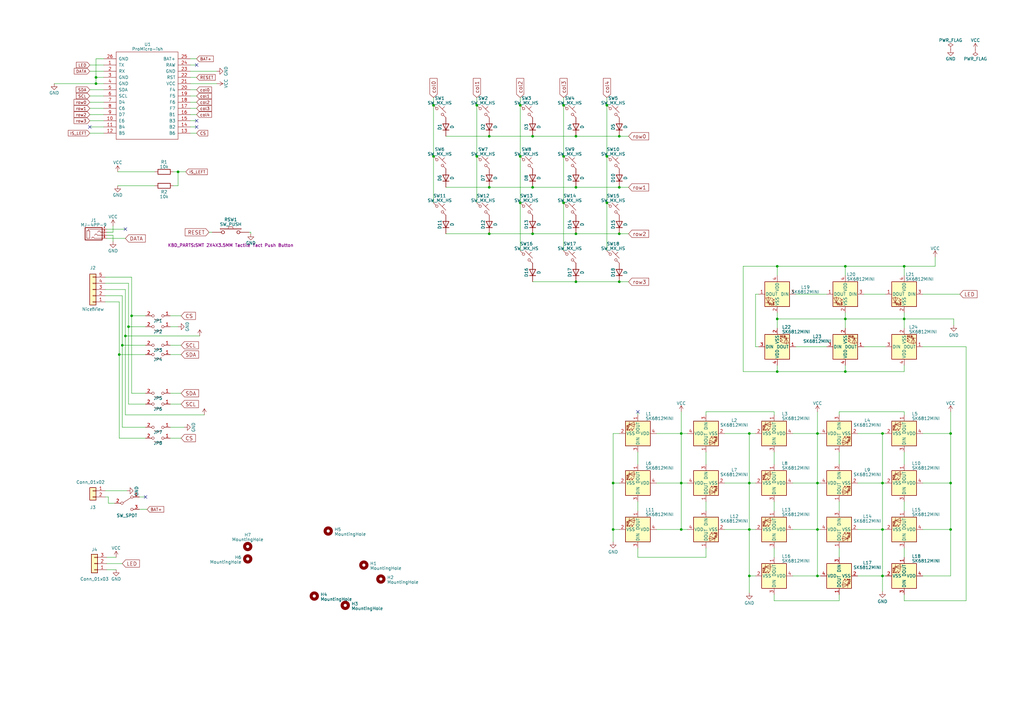
<source format=kicad_sch>
(kicad_sch (version 20230121) (generator eeschema)
  (paper "A3")
  (title_block (title "uniCorne Cherry") (date "2023-07-20") (rev "0.9") (company "Thunderbird2086"))
  (junction (at 218.44 55.88))
  (junction (at 236.22 76.835))
  (junction (at 50.165 141.605))
  (junction (at 361.95 236.22))
  (junction (at 248.92 83.185))
  (junction (at 177.8 64.135))
  (junction (at 361.95 177.8))
  (junction (at 251.46 198.12))
  (junction (at 236.22 115.57))
  (junction (at 318.77 152.4))
  (junction (at 195.58 43.18))
  (junction (at 389.89 217.17))
  (junction (at 389.89 198.12))
  (junction (at 370.84 130.81))
  (junction (at 200.66 76.835))
  (junction (at 318.77 109.22))
  (junction (at 389.89 177.8))
  (junction (at 251.46 217.17))
  (junction (at 236.22 95.885))
  (junction (at 213.36 83.185))
  (junction (at 335.28 198.12))
  (junction (at 335.28 217.17))
  (junction (at 48.895 145.415))
  (junction (at 318.77 130.81))
  (junction (at 307.34 177.8))
  (junction (at 213.36 64.135))
  (junction (at 195.58 64.135))
  (junction (at 218.44 76.835))
  (junction (at 177.8 43.18))
  (junction (at 200.66 95.885))
  (junction (at 200.66 55.88))
  (junction (at 361.95 217.17))
  (junction (at 307.34 198.12))
  (junction (at 370.84 109.22))
  (junction (at 307.34 236.22))
  (junction (at 231.14 64.135))
  (junction (at 236.22 55.88))
  (junction (at 51.435 137.795))
  (junction (at 346.71 152.4))
  (junction (at 52.705 133.985))
  (junction (at 254 76.835))
  (junction (at 279.4 198.12))
  (junction (at 231.14 43.18))
  (junction (at 231.14 83.185))
  (junction (at 335.28 177.8))
  (junction (at 346.71 109.22))
  (junction (at 213.36 43.18))
  (junction (at 361.95 198.12))
  (junction (at 39.37 31.75))
  (junction (at 53.975 129.54))
  (junction (at 73.025 70.485))
  (junction (at 346.71 130.81))
  (junction (at 248.92 43.18))
  (junction (at 254 115.57))
  (junction (at 307.34 217.17))
  (junction (at 254 55.88))
  (junction (at 335.28 236.22))
  (junction (at 254 95.885))
  (junction (at 218.44 95.885))
  (junction (at 279.4 177.8))
  (junction (at 39.37 34.29))
  (junction (at 248.92 64.135))
  (junction (at 279.4 217.17))
  (no_connect (at 36.83 52.07))
  (no_connect (at 80.645 26.67))
  (no_connect (at 261.62 168.91))
  (no_connect (at 59.69 203.835))
  (no_connect (at 80.645 49.53))
  (no_connect (at 80.645 52.07))
  (no_connect (at 51.435 93.98))
  (wire (pts (xy 36.83 54.61) (xy 42.545 54.61)))
  (wire (pts (xy 200.66 55.88) (xy 218.44 55.88)))
  (wire (pts (xy 195.58 64.135) (xy 195.58 83.185)))
  (wire (pts (xy 269.24 198.12) (xy 279.4 198.12)))
  (wire (pts (xy 344.17 168.91) (xy 370.84 168.91)))
  (wire (pts (xy 281.94 217.17) (xy 279.4 217.17)))
  (wire (pts (xy 36.83 44.45) (xy 42.545 44.45)))
  (wire (pts (xy 102.87 95.25) (xy 102.235 95.25)))
  (wire (pts (xy 279.4 177.8) (xy 279.4 198.12)))
  (wire (pts (xy 326.39 120.65) (xy 339.09 120.65)))
  (wire (pts (xy 51.435 137.795) (xy 51.435 170.18)))
  (wire (pts (xy 102.87 95.885) (xy 102.87 95.25)))
  (wire (pts (xy 318.77 152.4) (xy 346.71 152.4)))
  (wire (pts (xy 261.62 228.6) (xy 289.56 228.6)))
  (wire (pts (xy 279.4 168.91) (xy 279.4 177.8)))
  (wire (pts (xy 43.815 95.25) (xy 46.355 95.25)))
  (wire (pts (xy 78.105 34.29) (xy 88.9 34.29)))
  (wire (pts (xy 53.975 129.54) (xy 59.69 129.54)))
  (wire (pts (xy 59.69 141.605) (xy 50.165 141.605)))
  (wire (pts (xy 69.85 179.705) (xy 74.295 179.705)))
  (wire (pts (xy 269.24 217.17) (xy 279.4 217.17)))
  (wire (pts (xy 248.92 43.18) (xy 248.92 64.135)))
  (wire (pts (xy 51.435 118.745) (xy 43.18 118.745)))
  (wire (pts (xy 43.815 96.52) (xy 46.355 96.52)))
  (wire (pts (xy 304.8 109.22) (xy 304.8 152.4)))
  (wire (pts (xy 74.295 145.415) (xy 69.85 145.415)))
  (wire (pts (xy 59.69 145.415) (xy 48.895 145.415)))
  (wire (pts (xy 177.8 64.135) (xy 177.8 83.185)))
  (wire (pts (xy 391.16 130.81) (xy 370.84 130.81)))
  (wire (pts (xy 36.83 29.21) (xy 42.545 29.21)))
  (wire (pts (xy 231.14 64.135) (xy 231.14 83.185)))
  (wire (pts (xy 261.62 168.91) (xy 261.62 170.18)))
  (wire (pts (xy 346.71 130.81) (xy 370.84 130.81)))
  (wire (pts (xy 317.5 205.74) (xy 317.5 209.55)))
  (wire (pts (xy 361.95 236.22) (xy 363.22 236.22)))
  (wire (pts (xy 361.95 198.12) (xy 361.95 217.17)))
  (wire (pts (xy 53.975 129.54) (xy 53.975 113.665)))
  (wire (pts (xy 370.84 243.84) (xy 370.84 246.38)))
  (wire (pts (xy 251.46 198.12) (xy 254 198.12)))
  (wire (pts (xy 318.77 130.81) (xy 318.77 128.27)))
  (wire (pts (xy 297.18 177.8) (xy 307.34 177.8)))
  (wire (pts (xy 51.435 118.745) (xy 51.435 137.795)))
  (wire (pts (xy 78.105 41.91) (xy 80.645 41.91)))
  (wire (pts (xy 48.895 179.705) (xy 59.69 179.705)))
  (wire (pts (xy 78.105 29.21) (xy 88.9 29.21)))
  (wire (pts (xy 351.79 177.8) (xy 361.95 177.8)))
  (wire (pts (xy 39.37 31.75) (xy 39.37 34.29)))
  (wire (pts (xy 289.56 185.42) (xy 289.56 190.5)))
  (wire (pts (xy 307.34 236.22) (xy 307.34 243.205)))
  (wire (pts (xy 378.46 120.65) (xy 393.7 120.65)))
  (wire (pts (xy 218.44 76.835) (xy 236.22 76.835)))
  (wire (pts (xy 279.4 177.8) (xy 281.94 177.8)))
  (wire (pts (xy 177.8 40.005) (xy 177.8 43.18)))
  (wire (pts (xy 36.83 41.91) (xy 42.545 41.91)))
  (wire (pts (xy 378.46 177.8) (xy 389.89 177.8)))
  (wire (pts (xy 46.355 95.25) (xy 46.355 92.71)))
  (wire (pts (xy 78.105 39.37) (xy 80.645 39.37)))
  (wire (pts (xy 48.895 145.415) (xy 48.895 179.705)))
  (wire (pts (xy 251.46 177.8) (xy 254 177.8)))
  (wire (pts (xy 318.77 152.4) (xy 318.77 149.86)))
  (wire (pts (xy 52.705 165.735) (xy 59.69 165.735)))
  (wire (pts (xy 52.705 116.205) (xy 43.18 116.205)))
  (wire (pts (xy 46.355 96.52) (xy 46.355 99.06)))
  (wire (pts (xy 42.545 26.67) (xy 36.83 26.67)))
  (wire (pts (xy 336.55 217.17) (xy 335.28 217.17)))
  (wire (pts (xy 389.89 198.12) (xy 389.89 217.17)))
  (wire (pts (xy 43.18 201.295) (xy 52.07 201.295)))
  (wire (pts (xy 317.5 224.79) (xy 317.5 228.6)))
  (wire (pts (xy 279.4 198.12) (xy 281.94 198.12)))
  (wire (pts (xy 42.545 52.07) (xy 36.83 52.07)))
  (wire (pts (xy 218.44 115.57) (xy 236.22 115.57)))
  (wire (pts (xy 42.545 39.37) (xy 36.83 39.37)))
  (wire (pts (xy 53.975 161.29) (xy 53.975 129.54)))
  (wire (pts (xy 85.725 95.25) (xy 86.995 95.25)))
  (wire (pts (xy 257.81 55.88) (xy 254 55.88)))
  (wire (pts (xy 213.36 43.18) (xy 213.36 64.135)))
  (wire (pts (xy 52.705 133.985) (xy 59.69 133.985)))
  (wire (pts (xy 50.165 175.26) (xy 59.69 175.26)))
  (wire (pts (xy 318.77 109.22) (xy 318.77 113.03)))
  (wire (pts (xy 335.28 217.17) (xy 335.28 236.22)))
  (wire (pts (xy 309.88 120.65) (xy 311.15 120.65)))
  (wire (pts (xy 182.88 76.835) (xy 200.66 76.835)))
  (wire (pts (xy 307.34 198.12) (xy 309.88 198.12)))
  (wire (pts (xy 335.28 198.12) (xy 336.55 198.12)))
  (wire (pts (xy 257.81 115.57) (xy 254 115.57)))
  (wire (pts (xy 354.33 142.24) (xy 363.22 142.24)))
  (wire (pts (xy 39.37 24.13) (xy 39.37 31.75)))
  (wire (pts (xy 257.81 95.885) (xy 254 95.885)))
  (wire (pts (xy 370.84 190.5) (xy 370.84 185.42)))
  (wire (pts (xy 391.16 130.81) (xy 391.16 133.35)))
  (wire (pts (xy 251.46 217.17) (xy 254 217.17)))
  (wire (pts (xy 257.81 76.835) (xy 254 76.835)))
  (wire (pts (xy 231.14 40.005) (xy 231.14 43.18)))
  (wire (pts (xy 336.55 236.22) (xy 335.28 236.22)))
  (wire (pts (xy 53.975 161.29) (xy 59.69 161.29)))
  (wire (pts (xy 307.34 177.8) (xy 309.88 177.8)))
  (wire (pts (xy 43.815 93.98) (xy 51.435 93.98)))
  (wire (pts (xy 73.025 70.485) (xy 76.2 70.485)))
  (wire (pts (xy 361.95 236.22) (xy 361.95 242.57)))
  (wire (pts (xy 213.36 40.005) (xy 213.36 43.18)))
  (wire (pts (xy 182.88 55.88) (xy 200.66 55.88)))
  (wire (pts (xy 354.33 120.65) (xy 363.22 120.65)))
  (wire (pts (xy 304.8 152.4) (xy 318.77 152.4)))
  (wire (pts (xy 370.84 109.22) (xy 383.54 109.22)))
  (wire (pts (xy 39.37 34.29) (xy 42.545 34.29)))
  (wire (pts (xy 78.105 36.83) (xy 80.645 36.83)))
  (wire (pts (xy 231.14 83.185) (xy 231.14 102.87)))
  (wire (pts (xy 43.815 228.6) (xy 47.625 228.6)))
  (wire (pts (xy 36.83 36.83) (xy 42.545 36.83)))
  (wire (pts (xy 344.17 168.91) (xy 344.17 170.18)))
  (wire (pts (xy 182.88 95.885) (xy 200.66 95.885)))
  (wire (pts (xy 261.62 228.6) (xy 261.62 224.79)))
  (wire (pts (xy 36.83 49.53) (xy 42.545 49.53)))
  (wire (pts (xy 325.12 217.17) (xy 335.28 217.17)))
  (wire (pts (xy 69.85 175.26) (xy 75.565 175.26)))
  (wire (pts (xy 195.58 40.005) (xy 195.58 43.18)))
  (wire (pts (xy 261.62 190.5) (xy 261.62 185.42)))
  (wire (pts (xy 370.84 130.81) (xy 370.84 134.62)))
  (wire (pts (xy 261.62 205.74) (xy 261.62 209.55)))
  (wire (pts (xy 289.56 228.6) (xy 289.56 224.79)))
  (wire (pts (xy 346.71 130.81) (xy 346.71 134.62)))
  (wire (pts (xy 251.46 177.8) (xy 251.46 198.12)))
  (wire (pts (xy 213.36 83.185) (xy 213.36 102.87)))
  (wire (pts (xy 74.295 161.29) (xy 69.85 161.29)))
  (wire (pts (xy 346.71 152.4) (xy 346.71 149.86)))
  (wire (pts (xy 351.79 236.22) (xy 361.95 236.22)))
  (wire (pts (xy 231.14 43.18) (xy 231.14 64.135)))
  (wire (pts (xy 51.435 170.18) (xy 83.82 170.18)))
  (wire (pts (xy 318.77 109.22) (xy 346.71 109.22)))
  (wire (pts (xy 304.8 109.22) (xy 318.77 109.22)))
  (wire (pts (xy 42.545 24.13) (xy 39.37 24.13)))
  (wire (pts (xy 317.5 168.91) (xy 317.5 170.18)))
  (wire (pts (xy 289.56 168.91) (xy 289.56 170.18)))
  (wire (pts (xy 361.95 198.12) (xy 363.22 198.12)))
  (wire (pts (xy 309.88 142.24) (xy 311.15 142.24)))
  (wire (pts (xy 44.45 206.375) (xy 44.45 203.835)))
  (wire (pts (xy 53.975 113.665) (xy 43.18 113.665)))
  (wire (pts (xy 318.77 130.81) (xy 346.71 130.81)))
  (wire (pts (xy 370.84 149.86) (xy 370.84 152.4)))
  (wire (pts (xy 48.26 76.2) (xy 63.5 76.2)))
  (wire (pts (xy 346.71 109.22) (xy 346.71 113.03)))
  (wire (pts (xy 44.45 206.375) (xy 46.99 206.375)))
  (wire (pts (xy 269.24 177.8) (xy 279.4 177.8)))
  (wire (pts (xy 248.92 64.135) (xy 248.92 83.185)))
  (wire (pts (xy 326.39 142.24) (xy 339.09 142.24)))
  (wire (pts (xy 200.66 95.885) (xy 218.44 95.885)))
  (wire (pts (xy 346.71 130.81) (xy 346.71 128.27)))
  (wire (pts (xy 251.46 217.17) (xy 251.46 222.25)))
  (wire (pts (xy 297.18 198.12) (xy 307.34 198.12)))
  (wire (pts (xy 297.18 217.17) (xy 307.34 217.17)))
  (wire (pts (xy 370.84 152.4) (xy 346.71 152.4)))
  (wire (pts (xy 335.28 198.12) (xy 335.28 217.17)))
  (wire (pts (xy 396.24 246.38) (xy 370.84 246.38)))
  (wire (pts (xy 307.34 177.8) (xy 307.34 198.12)))
  (wire (pts (xy 74.295 141.605) (xy 69.85 141.605)))
  (wire (pts (xy 378.46 217.17) (xy 389.89 217.17)))
  (wire (pts (xy 370.84 128.27) (xy 370.84 130.81)))
  (wire (pts (xy 59.69 203.835) (xy 57.15 203.835)))
  (wire (pts (xy 44.45 203.835) (xy 43.18 203.835)))
  (wire (pts (xy 50.165 141.605) (xy 50.165 175.26)))
  (wire (pts (xy 383.54 105.41) (xy 383.54 109.22)))
  (wire (pts (xy 69.85 129.54) (xy 74.295 129.54)))
  (wire (pts (xy 200.66 76.835) (xy 218.44 76.835)))
  (wire (pts (xy 318.77 130.81) (xy 318.77 134.62)))
  (wire (pts (xy 78.105 31.75) (xy 80.645 31.75)))
  (wire (pts (xy 236.22 76.835) (xy 254 76.835)))
  (wire (pts (xy 43.18 123.825) (xy 48.895 123.825)))
  (wire (pts (xy 325.12 177.8) (xy 335.28 177.8)))
  (wire (pts (xy 236.22 95.885) (xy 254 95.885)))
  (wire (pts (xy 289.56 168.91) (xy 317.5 168.91)))
  (wire (pts (xy 325.12 198.12) (xy 335.28 198.12)))
  (wire (pts (xy 236.22 55.88) (xy 254 55.88)))
  (wire (pts (xy 78.105 46.99) (xy 80.645 46.99)))
  (wire (pts (xy 370.84 109.22) (xy 370.84 113.03)))
  (wire (pts (xy 74.295 165.735) (xy 69.85 165.735)))
  (wire (pts (xy 389.89 168.91) (xy 389.89 177.8)))
  (wire (pts (xy 51.435 137.795) (xy 81.915 137.795)))
  (wire (pts (xy 69.85 133.985) (xy 73.025 133.985)))
  (wire (pts (xy 335.28 177.8) (xy 336.55 177.8)))
  (wire (pts (xy 309.88 120.65) (xy 309.88 142.24)))
  (wire (pts (xy 43.815 97.79) (xy 51.435 97.79)))
  (wire (pts (xy 370.84 205.74) (xy 370.84 209.55)))
  (wire (pts (xy 325.12 236.22) (xy 335.28 236.22)))
  (wire (pts (xy 177.8 43.18) (xy 177.8 64.135)))
  (wire (pts (xy 248.92 40.005) (xy 248.92 43.18)))
  (wire (pts (xy 361.95 217.17) (xy 361.95 236.22)))
  (wire (pts (xy 317.5 246.38) (xy 344.17 246.38)))
  (wire (pts (xy 236.22 115.57) (xy 254 115.57)))
  (wire (pts (xy 351.79 217.17) (xy 361.95 217.17)))
  (wire (pts (xy 361.95 217.17) (xy 363.22 217.17)))
  (wire (pts (xy 307.34 236.22) (xy 309.88 236.22)))
  (wire (pts (xy 43.18 121.285) (xy 50.165 121.285)))
  (wire (pts (xy 389.89 177.8) (xy 389.89 198.12)))
  (wire (pts (xy 361.95 177.8) (xy 361.95 198.12)))
  (wire (pts (xy 43.815 233.68) (xy 47.625 233.68)))
  (wire (pts (xy 335.28 168.91) (xy 335.28 177.8)))
  (wire (pts (xy 39.37 31.75) (xy 42.545 31.75)))
  (wire (pts (xy 344.17 224.79) (xy 344.17 228.6)))
  (wire (pts (xy 36.83 46.99) (xy 42.545 46.99)))
  (wire (pts (xy 50.165 121.285) (xy 50.165 141.605)))
  (wire (pts (xy 344.17 185.42) (xy 344.17 190.5)))
  (wire (pts (xy 195.58 43.18) (xy 195.58 64.135)))
  (wire (pts (xy 48.26 70.485) (xy 63.5 70.485)))
  (wire (pts (xy 361.95 177.8) (xy 363.22 177.8)))
  (wire (pts (xy 307.34 217.17) (xy 307.34 236.22)))
  (wire (pts (xy 370.84 224.79) (xy 370.84 228.6)))
  (wire (pts (xy 78.105 24.13) (xy 80.645 24.13)))
  (wire (pts (xy 71.12 76.2) (xy 73.025 76.2)))
  (wire (pts (xy 344.17 246.38) (xy 344.17 243.84)))
  (wire (pts (xy 43.815 231.14) (xy 50.165 231.14)))
  (wire (pts (xy 378.46 198.12) (xy 389.89 198.12)))
  (wire (pts (xy 52.705 165.735) (xy 52.705 133.985)))
  (wire (pts (xy 317.5 190.5) (xy 317.5 185.42)))
  (wire (pts (xy 57.15 208.915) (xy 60.325 208.915)))
  (wire (pts (xy 307.34 217.17) (xy 309.88 217.17)))
  (wire (pts (xy 78.105 49.53) (xy 80.645 49.53)))
  (wire (pts (xy 78.105 52.07) (xy 80.645 52.07)))
  (wire (pts (xy 307.34 198.12) (xy 307.34 217.17)))
  (wire (pts (xy 378.46 236.22) (xy 389.89 236.22)))
  (wire (pts (xy 71.12 70.485) (xy 73.025 70.485)))
  (wire (pts (xy 351.79 198.12) (xy 361.95 198.12)))
  (wire (pts (xy 251.46 198.12) (xy 251.46 217.17)))
  (wire (pts (xy 73.025 70.485) (xy 73.025 76.2)))
  (wire (pts (xy 218.44 55.88) (xy 236.22 55.88)))
  (wire (pts (xy 279.4 198.12) (xy 279.4 217.17)))
  (wire (pts (xy 78.105 54.61) (xy 80.645 54.61)))
  (wire (pts (xy 389.89 217.17) (xy 389.89 236.22)))
  (wire (pts (xy 78.105 44.45) (xy 80.645 44.45)))
  (wire (pts (xy 370.84 168.91) (xy 370.84 170.18)))
  (wire (pts (xy 317.5 246.38) (xy 317.5 243.84)))
  (wire (pts (xy 396.24 142.24) (xy 378.46 142.24)))
  (wire (pts (xy 344.17 205.74) (xy 344.17 209.55)))
  (wire (pts (xy 22.225 34.29) (xy 39.37 34.29)))
  (wire (pts (xy 48.895 123.825) (xy 48.895 145.415)))
  (wire (pts (xy 52.705 133.985) (xy 52.705 116.205)))
  (wire (pts (xy 396.24 246.38) (xy 396.24 142.24)))
  (wire (pts (xy 346.71 109.22) (xy 370.84 109.22)))
  (wire (pts (xy 218.44 95.885) (xy 236.22 95.885)))
  (wire (pts (xy 248.92 83.185) (xy 248.92 102.87)))
  (wire (pts (xy 78.105 26.67) (xy 80.645 26.67)))
  (wire (pts (xy 289.56 205.74) (xy 289.56 209.55)))
  (wire (pts (xy 213.36 64.135) (xy 213.36 83.185)))
  (wire (pts (xy 335.28 177.8) (xy 335.28 198.12)))
  (global_label "col0" (shape input) (at 177.8 40.005 90) (effects (font (size 1.524 1.524))) (property "Intersheetrefs" "${INTERSHEET_REFS}" (effects hide)))
  (global_label "col4" (shape input) (at 248.92 40.005 90) (effects (font (size 1.524 1.524))) (property "Intersheetrefs" "${INTERSHEET_REFS}" (effects hide)))
  (global_label "RESET" (shape input) (at 85.725 95.25 180) (effects (font (size 1.524 1.524))) (property "Intersheetrefs" "${INTERSHEET_REFS}" (effects hide)))
  (global_label "CS" (shape input) (at 80.645 54.61 0) (effects (font (size 1.1938 1.1938))) (property "Intersheetrefs" "${INTERSHEET_REFS}" (effects hide)))
  (global_label "col1" (shape input) (at 195.58 40.005 90) (effects (font (size 1.524 1.524))) (property "Intersheetrefs" "${INTERSHEET_REFS}" (effects hide)))
  (global_label "SCL" (shape input) (at 36.83 39.37 180) (effects (font (size 1.1938 1.1938))) (property "Intersheetrefs" "${INTERSHEET_REFS}" (effects hide)))
  (global_label "row1" (shape input) (at 36.83 44.45 180) (effects (font (size 1.1938 1.1938))) (property "Intersheetrefs" "${INTERSHEET_REFS}" (effects hide)))
  (global_label "row1" (shape input) (at 257.81 76.835 0) (effects (font (size 1.524 1.524))) (property "Intersheetrefs" "${INTERSHEET_REFS}" (effects hide)))
  (global_label "row2" (shape input) (at 257.81 95.885 0) (effects (font (size 1.524 1.524))) (property "Intersheetrefs" "${INTERSHEET_REFS}" (effects hide)))
  (global_label "IS_LEFT" (shape input) (at 76.2 70.485 0) (effects (font (size 1.1938 1.1938))) (property "Intersheetrefs" "${INTERSHEET_REFS}" (effects hide)))
  (global_label "SCL" (shape input) (at 74.295 165.735 0) (effects (font (size 1.524 1.524))) (property "Intersheetrefs" "${INTERSHEET_REFS}" (effects hide)))
  (global_label "LED" (shape input) (at 393.7 120.65 0) (effects (font (size 1.524 1.524))) (property "Intersheetrefs" "${INTERSHEET_REFS}" (effects hide)))
  (global_label "col2" (shape input) (at 213.36 40.005 90) (effects (font (size 1.524 1.524))) (property "Intersheetrefs" "${INTERSHEET_REFS}" (effects hide)))
  (global_label "LED" (shape input) (at 36.83 26.67 180) (effects (font (size 1.1938 1.1938))) (property "Intersheetrefs" "${INTERSHEET_REFS}" (effects hide)))
  (global_label "BAT+" (shape input) (at 80.645 24.13 0) (effects (font (size 1.1938 1.1938))) (property "Intersheetrefs" "${INTERSHEET_REFS}" (effects hide)))
  (global_label "row3" (shape input) (at 257.81 115.57 0) (effects (font (size 1.524 1.524))) (property "Intersheetrefs" "${INTERSHEET_REFS}" (effects hide)))
  (global_label "LED" (shape input) (at 50.165 231.14 0) (effects (font (size 1.524 1.524))) (property "Intersheetrefs" "${INTERSHEET_REFS}" (effects hide)))
  (global_label "col4" (shape input) (at 80.645 46.99 0) (effects (font (size 1.1938 1.1938))) (property "Intersheetrefs" "${INTERSHEET_REFS}" (effects hide)))
  (global_label "col0" (shape input) (at 80.645 36.83 0) (effects (font (size 1.1938 1.1938))) (property "Intersheetrefs" "${INTERSHEET_REFS}" (effects hide)))
  (global_label "SDA" (shape input) (at 74.295 161.29 0) (effects (font (size 1.524 1.524))) (property "Intersheetrefs" "${INTERSHEET_REFS}" (effects hide)))
  (global_label "BAT+" (shape input) (at 60.325 208.915 0) (effects (font (size 1.1938 1.1938))) (property "Intersheetrefs" "${INTERSHEET_REFS}" (effects hide)))
  (global_label "IS_LEFT" (shape input) (at 36.83 54.61 180) (effects (font (size 1.1938 1.1938))) (property "Intersheetrefs" "${INTERSHEET_REFS}" (effects hide)))
  (global_label "RESET" (shape input) (at 80.645 31.75 0) (effects (font (size 1.1938 1.1938))) (property "Intersheetrefs" "${INTERSHEET_REFS}" (effects hide)))
  (global_label "row3" (shape input) (at 36.83 49.53 180) (effects (font (size 1.1938 1.1938))) (property "Intersheetrefs" "${INTERSHEET_REFS}" (effects hide)))
  (global_label "col3" (shape input) (at 231.14 40.005 90) (effects (font (size 1.524 1.524))) (property "Intersheetrefs" "${INTERSHEET_REFS}" (effects hide)))
  (global_label "col3" (shape input) (at 80.645 44.45 0) (effects (font (size 1.1938 1.1938))) (property "Intersheetrefs" "${INTERSHEET_REFS}" (effects hide)))
  (global_label "SCL" (shape input) (at 74.295 141.605 0) (effects (font (size 1.524 1.524))) (property "Intersheetrefs" "${INTERSHEET_REFS}" (effects hide)))
  (global_label "row0" (shape input) (at 257.81 55.88 0) (effects (font (size 1.524 1.524))) (property "Intersheetrefs" "${INTERSHEET_REFS}" (effects hide)))
  (global_label "SDA" (shape input) (at 36.83 36.83 180) (effects (font (size 1.1938 1.1938))) (property "Intersheetrefs" "${INTERSHEET_REFS}" (effects hide)))
  (global_label "col1" (shape input) (at 80.645 39.37 0) (effects (font (size 1.1938 1.1938))) (property "Intersheetrefs" "${INTERSHEET_REFS}" (effects hide)))
  (global_label "CS" (shape input) (at 74.295 179.705 0) (effects (font (size 1.524 1.524))) (property "Intersheetrefs" "${INTERSHEET_REFS}" (effects hide)))
  (global_label "SDA" (shape input) (at 74.295 145.415 0) (effects (font (size 1.524 1.524))) (property "Intersheetrefs" "${INTERSHEET_REFS}" (effects hide)))
  (global_label "DATA" (shape input) (at 36.83 29.21 180) (effects (font (size 1.1938 1.1938))) (property "Intersheetrefs" "${INTERSHEET_REFS}" (effects hide)))
  (global_label "col2" (shape input) (at 80.645 41.91 0) (effects (font (size 1.1938 1.1938))) (property "Intersheetrefs" "${INTERSHEET_REFS}" (effects hide)))
  (global_label "DATA" (shape input) (at 51.435 97.79 0) (effects (font (size 1.524 1.524))) (property "Intersheetrefs" "${INTERSHEET_REFS}" (effects hide)))
  (global_label "row2" (shape input) (at 36.83 46.99 180) (effects (font (size 1.1938 1.1938))) (property "Intersheetrefs" "${INTERSHEET_REFS}" (effects hide)))
  (global_label "CS" (shape input) (at 74.295 129.54 0) (effects (font (size 1.524 1.524))) (property "Intersheetrefs" "${INTERSHEET_REFS}" (effects hide)))
  (global_label "row0" (shape input) (at 36.83 41.91 180) (effects (font (size 1.1938 1.1938))) (property "Intersheetrefs" "${INTERSHEET_REFS}" (effects hide)))
  (symbol (lib_id "Device:D") (at 218.44 111.76 90) (unit 1)
    (property "Reference" "D16" (at 215.9 111.76 0))
    (property "Value" "D" (at 220.98 111.76 0))
    (property "Footprint" "KBD_PARTS:D3_SMD_rev" (effects hide))
    (property "Sim.Device" "D" (effects hide))
    (property "Sim.Pins" "1=K 2=A" (effects hide))
  )
  (symbol (lib_id "Jumper:Jumper_2_Open") (at 64.77 165.735 180) (unit 1)
    (property "Reference" "JP6" (at 64.77 167.767 0))
    (property "Value" " " (at 64.516 164.211 0))
    (property "Footprint" "Jumper:SolderJumper-2_P1.3mm_Open_TrianglePad1.0x1.5mm" (effects hide))
  )
  (symbol (lib_id "KBD_PARTS:SW_MX_HS") (at 198.12 85.725 0) (unit 1)
    (property "Reference" "SW12" (at 198.12 80.3021 0))
    (property "Value" "SW_MX_HS" (at 198.12 82.2231 0))
    (property "Footprint" "KBD_PARTS:SW_MX_HS_1u_reversible" (effects hide))
  )
  (symbol (lib_id "KBD_PARTS:SK6812MINI_back") (at 370.84 236.22 270) (mirror x) (unit 1)
    (property "Reference" "L18" (at 373.9897 228.1301 90) (effects (justify left)))
    (property "Value" "SK6812MINI" (at 373.9897 230.0511 90) (effects (justify left)))
    (property "Footprint" "KBD_PARTS:LED_SK6812MINI_PLCC4_3.5x3.5mm_P1.75mm_back_rev" (effects hide))
    (property "Datasheet" "https://cdn-shop.adafruit.com/product-files/2686/SK6812MINI_REV.01-1-2.pdf" (effects hide))
  )
  (symbol (lib_id "Mechanical:MountingHole") (at 141.605 248.285 0) (unit 1)
    (property "Reference" "H3" (at 144.145 247.6413 0) (effects (justify left)))
    (property "Value" "MountingHole" (at 144.145 249.5623 0) (effects (justify left)))
    (property "Footprint" "KBD_PARTS:M2_Hole_TH_Outside" (effects hide))
  )
  (symbol (lib_id "Switch:SW_SPDT") (at 52.07 206.375 0) (unit 1)
    (property "Reference" "PSW1" (effects hide))
    (property "Value" "SW_SPDT" (at 52.07 211.455 0))
    (property "Footprint" "Akizukidenshi:SW_SPDT_PCM12_reversible" (effects hide))
  )
  (symbol (lib_id "Device:D") (at 182.88 52.07 90) (unit 1)
    (property "Reference" "D1" (at 180.34 52.07 0))
    (property "Value" "D" (at 185.42 52.07 0))
    (property "Footprint" "KBD_PARTS:D3_SMD_rev" (effects hide))
    (property "Sim.Device" "D" (effects hide))
    (property "Sim.Pins" "1=K 2=A" (effects hide))
  )
  (symbol (lib_id "KBD_PARTS:SW_MX_HS") (at 215.9 105.41 0) (unit 1)
    (property "Reference" "SW16" (at 215.9 99.9871 0))
    (property "Value" "SW_MX_HS" (at 215.9 101.9081 0))
    (property "Footprint" "KBD_PARTS:SW_MX_HS_1u_reversible" (effects hide))
  )
  (symbol (lib_id "Device:D") (at 200.66 92.075 90) (unit 1)
    (property "Reference" "D12" (at 198.12 92.075 0))
    (property "Value" "D" (at 203.2 92.075 0))
    (property "Footprint" "KBD_PARTS:D3_SMD_rev" (effects hide))
    (property "Sim.Device" "D" (effects hide))
    (property "Sim.Pins" "1=K 2=A" (effects hide))
  )
  (symbol (lib_id "power:VCC") (at 81.915 137.795 0) (unit 1)
    (property "Reference" "#PWR04" (effects hide))
    (property "Value" "VCC" (effects hide))
  )
  (symbol (lib_id "Device:D") (at 218.44 92.075 90) (unit 1)
    (property "Reference" "D13" (at 215.9 92.075 0))
    (property "Value" "D" (at 220.98 92.075 0))
    (property "Footprint" "KBD_PARTS:D3_SMD_rev" (effects hide))
    (property "Sim.Device" "D" (effects hide))
    (property "Sim.Pins" "1=K 2=A" (effects hide))
  )
  (symbol (lib_id "power:GND") (at 75.565 175.26 90) (unit 1)
    (property "Reference" "#PWR02" (effects hide))
    (property "Value" "GND" (at 79.375 175.26 0))
  )
  (symbol (lib_id "KBD_PARTS:SK6812MINI_back") (at 317.5 198.12 270) (mirror x) (unit 1)
    (property "Reference" "L8" (at 320.6497 190.0301 90) (effects (justify left)))
    (property "Value" "SK6812MINI" (at 320.6497 191.9511 90) (effects (justify left)))
    (property "Footprint" "KBD_PARTS:LED_SK6812MINI_PLCC4_3.5x3.5mm_P1.75mm_back_rev" (effects hide))
    (property "Datasheet" "https://cdn-shop.adafruit.com/product-files/2686/SK6812MINI_REV.01-1-2.pdf" (effects hide))
  )
  (symbol (lib_id "power:VCC") (at 389.89 168.91 0) (unit 1)
    (property "Reference" "#PWR0104" (effects hide))
    (property "Value" "VCC" (at 389.89 165.4081 0))
  )
  (symbol (lib_id "power:VCC") (at 47.625 228.6 0) (unit 1)
    (property "Reference" "#PWR0116" (effects hide))
    (property "Value" "VCC" (at 47.625 224.79 0))
  )
  (symbol (lib_id "Jumper:Jumper_2_Open") (at 64.77 145.415 180) (unit 1)
    (property "Reference" "JP4" (at 64.77 147.447 0))
    (property "Value" " " (at 64.516 143.891 0))
    (property "Footprint" "Jumper:SolderJumper-2_P1.3mm_Open_TrianglePad1.0x1.5mm" (effects hide))
  )
  (symbol (lib_id "KBD_PARTS:SW_MX_HS") (at 233.68 45.72 0) (unit 1)
    (property "Reference" "SW4" (at 233.68 40.2971 0))
    (property "Value" "SW_MX_HS" (at 233.68 42.2181 0))
    (property "Footprint" "KBD_PARTS:SW_MX_HS_1u_reversible" (effects hide))
  )
  (symbol (lib_id "Jumper:Jumper_2_Open") (at 64.77 133.985 180) (unit 1)
    (property "Reference" "JP2" (at 64.77 136.017 0))
    (property "Value" " " (at 64.516 132.461 0))
    (property "Footprint" "Jumper:SolderJumper-2_P1.3mm_Open_TrianglePad1.0x1.5mm" (effects hide))
  )
  (symbol (lib_id "KBD_PARTS:SK6812MINI") (at 370.84 142.24 0) (mirror x) (unit 1)
    (property "Reference" "L24" (at 372.7959 134.1501 0) (effects (justify left)))
    (property "Value" "SK6812MINI" (at 372.7959 136.0711 0) (effects (justify left)))
    (property "Footprint" "KBD_PARTS:LED_SK6812MINI_PLCC4_3.5x3.5mm_P1.75mm_rev" (effects hide))
    (property "Datasheet" "https://cdn-shop.adafruit.com/product-files/2686/SK6812MINI_REV.01-1-2.pdf" (effects hide))
  )
  (symbol (lib_id "KBD_PARTS:SMT 2X4X3.5MM Tactile Tact Push Button") (at 94.615 95.25 0) (mirror y) (unit 1)
    (property "Reference" "RSW1" (at 94.615 90.0811 0))
    (property "Value" "SW_PUSH" (at 94.615 92.0021 0))
    (property "Footprint" "KBD_PARTS:SMT 2X4X3.5MM Tactile Tact Push Button" (at 94.5896 100.584 0))
  )
  (symbol (lib_id "KBD_PARTS:SK6812MINI_back") (at 344.17 217.17 90) (mirror x) (unit 1)
    (property "Reference" "L14" (at 355.738 211.7723 90))
    (property "Value" "SK6812MINI" (at 355.738 213.6933 90))
    (property "Footprint" "KBD_PARTS:LED_SK6812MINI_PLCC4_3.5x3.5mm_P1.75mm_back_rev" (effects hide))
    (property "Datasheet" "https://cdn-shop.adafruit.com/product-files/2686/SK6812MINI_REV.01-1-2.pdf" (effects hide))
  )
  (symbol (lib_id "power:PWR_FLAG") (at 400.05 20.32 180) (unit 1)
    (property "Reference" "#FLG0101" (effects hide))
    (property "Value" "PWR_FLAG" (at 400.05 24.13 0))
  )
  (symbol (lib_id "power:GND") (at 52.07 201.295 90) (unit 1)
    (property "Reference" "#PWR0118" (effects hide))
    (property "Value" "GND" (at 56.007 201.422 0))
  )
  (symbol (lib_id "KBD_PARTS:ProMicro-ish") (at 60.325 45.72 0) (unit 1)
    (property "Reference" "U1" (at 60.5282 18.1958 0))
    (property "Value" "ProMicro-ish" (at 60.5282 20.1168 0))
    (property "Footprint" "KBD_PARTS:ProMicro-ish-rev-unrouted_3x5" (effects hide))
  )
  (symbol (lib_id "KBD_PARTS:SW_MX_HS") (at 251.46 85.725 0) (unit 1)
    (property "Reference" "SW15" (at 251.46 80.3021 0))
    (property "Value" "SW_MX_HS" (at 251.46 82.2231 0))
    (property "Footprint" "KBD_PARTS:SW_MX_HS_1u_reversible" (effects hide))
  )
  (symbol (lib_id "Device:R") (at 67.31 76.2 90) (unit 1)
    (property "Reference" "R2" (at 67.31 78.724 90))
    (property "Value" "10k" (at 67.31 80.645 90))
    (property "Footprint" "Resistor_SMD:R_0805_2012Metric_Pad1.20x1.40mm_HandSolder" (effects hide))
  )
  (symbol (lib_id "power:GND") (at 251.46 222.25 0) (unit 1)
    (property "Reference" "#PWR0101" (effects hide))
    (property "Value" "GND" (at 251.46 226.3855 0))
  )
  (symbol (lib_id "KBD_PARTS:SK6812MINI") (at 318.77 120.65 0) (mirror y) (unit 1)
    (property "Reference" "L19" (at 330.338 117.8179 0))
    (property "Value" "SK6812MINI" (at 330.338 119.7389 0))
    (property "Footprint" "KBD_PARTS:LED_SK6812MINI_PLCC4_3.5x3.5mm_P1.75mm_rev" (effects hide))
    (property "Datasheet" "https://cdn-shop.adafruit.com/product-files/2686/SK6812MINI_REV.01-1-2.pdf" (effects hide))
  )
  (symbol (lib_id "KBD_PARTS:SK6812MINI") (at 346.71 120.65 0) (mirror y) (unit 1)
    (property "Reference" "L20" (at 347.2941 112.5601 0) (effects (justify right)))
    (property "Value" "SK6812MINI" (at 347.2941 114.4811 0) (effects (justify right)))
    (property "Footprint" "KBD_PARTS:LED_SK6812MINI_PLCC4_3.5x3.5mm_P1.75mm_rev" (effects hide))
    (property "Datasheet" "https://cdn-shop.adafruit.com/product-files/2686/SK6812MINI_REV.01-1-2.pdf" (effects hide))
  )
  (symbol (lib_id "Device:R") (at 67.31 70.485 90) (unit 1)
    (property "Reference" "R1" (at 67.31 66.4591 90))
    (property "Value" "10k" (at 67.31 68.3801 90))
    (property "Footprint" "Resistor_SMD:R_0805_2012Metric_Pad1.20x1.40mm_HandSolder" (effects hide))
  )
  (symbol (lib_id "power:GND") (at 46.355 99.06 0) (unit 1)
    (property "Reference" "#PWR0113" (effects hide))
    (property "Value" "GND" (at 46.355 102.87 0))
  )
  (symbol (lib_id "KBD_PARTS:SK6812MINI_back") (at 344.17 177.8 90) (mirror x) (unit 1)
    (property "Reference" "L4" (at 355.738 172.4023 90))
    (property "Value" "SK6812MINI" (at 355.738 174.3233 90))
    (property "Footprint" "KBD_PARTS:LED_SK6812MINI_PLCC4_3.5x3.5mm_P1.75mm_back_rev" (effects hide))
    (property "Datasheet" "https://cdn-shop.adafruit.com/product-files/2686/SK6812MINI_REV.01-1-2.pdf" (effects hide))
  )
  (symbol (lib_id "power:VCC") (at 83.82 170.18 0) (unit 1)
    (property "Reference" "#PWR03" (effects hide))
    (property "Value" "VCC" (effects hide))
  )
  (symbol (lib_id "power:PWR_FLAG") (at 389.89 20.32 0) (unit 1)
    (property "Reference" "#FLG0102" (effects hide))
    (property "Value" "PWR_FLAG" (at 389.89 16.51 0))
  )
  (symbol (lib_id "Mechanical:MountingHole") (at 128.905 244.475 0) (unit 1)
    (property "Reference" "H4" (at 131.445 243.8313 0) (effects (justify left)))
    (property "Value" "MountingHole" (at 131.445 245.7523 0) (effects (justify left)))
    (property "Footprint" "KBD_PARTS:M2_Hole_TH_Outside" (effects hide))
  )
  (symbol (lib_id "KBD_PARTS:SK6812MINI_back") (at 261.62 217.17 270) (mirror x) (unit 1)
    (property "Reference" "L11" (at 264.7697 209.0801 90) (effects (justify left)))
    (property "Value" "SK6812MINI" (at 264.7697 211.0011 90) (effects (justify left)))
    (property "Footprint" "KBD_PARTS:LED_SK6812MINI_PLCC4_3.5x3.5mm_P1.75mm_back_rev" (effects hide))
    (property "Datasheet" "https://cdn-shop.adafruit.com/product-files/2686/SK6812MINI_REV.01-1-2.pdf" (effects hide))
  )
  (symbol (lib_id "power:GND") (at 48.26 76.2 0) (unit 1)
    (property "Reference" "#PWR06" (effects hide))
    (property "Value" "GND" (at 48.26 80.01 0))
  )
  (symbol (lib_id "Device:D") (at 200.66 52.07 90) (unit 1)
    (property "Reference" "D2" (at 198.12 52.07 0))
    (property "Value" "D" (at 203.2 52.07 0))
    (property "Footprint" "KBD_PARTS:D3_SMD_rev" (effects hide))
    (property "Sim.Device" "D" (effects hide))
    (property "Sim.Pins" "1=K 2=A" (effects hide))
  )
  (symbol (lib_id "KBD_PARTS:SW_MX_HS") (at 233.68 105.41 0) (unit 1)
    (property "Reference" "SW17" (at 233.68 99.9871 0))
    (property "Value" "SW_MX_HS" (at 233.68 101.9081 0))
    (property "Footprint" "KBD_PARTS:SW_MX_HS_1u_reversible" (effects hide))
  )
  (symbol (lib_id "KBD_PARTS:SK6812MINI") (at 346.71 142.24 0) (mirror x) (unit 1)
    (property "Reference" "L23" (at 335.142 138.0361 0))
    (property "Value" "SK6812MINI" (at 335.142 139.9571 0))
    (property "Footprint" "KBD_PARTS:LED_SK6812MINI_PLCC4_3.5x3.5mm_P1.75mm_rev" (effects hide))
    (property "Datasheet" "https://cdn-shop.adafruit.com/product-files/2686/SK6812MINI_REV.01-1-2.pdf" (effects hide))
  )
  (symbol (lib_id "Jumper:Jumper_2_Open") (at 64.77 175.26 180) (unit 1)
    (property "Reference" "JP7" (at 64.77 177.292 0))
    (property "Value" " " (at 64.516 173.736 0))
    (property "Footprint" "Jumper:SolderJumper-2_P1.3mm_Open_TrianglePad1.0x1.5mm" (effects hide))
  )
  (symbol (lib_id "KBD_PARTS:SW_MX_HS") (at 198.12 66.675 0) (unit 1)
    (property "Reference" "SW7" (at 198.12 61.2521 0))
    (property "Value" "SW_MX_HS" (at 198.12 63.1731 0))
    (property "Footprint" "KBD_PARTS:SW_MX_HS_1u_reversible" (effects hide))
  )
  (symbol (lib_id "Device:D") (at 182.88 92.075 90) (unit 1)
    (property "Reference" "D11" (at 180.34 92.075 0))
    (property "Value" "D" (at 185.42 92.075 0))
    (property "Footprint" "KBD_PARTS:D3_SMD_rev" (effects hide))
    (property "Sim.Device" "D" (effects hide))
    (property "Sim.Pins" "1=K 2=A" (effects hide))
  )
  (symbol (lib_id "power:GND") (at 22.225 34.29 0) (unit 1)
    (property "Reference" "#PWR0121" (effects hide))
    (property "Value" "GND" (at 22.225 38.1 0))
  )
  (symbol (lib_id "power:GND") (at 47.625 233.68 0) (unit 1)
    (property "Reference" "#PWR0115" (effects hide))
    (property "Value" "GND" (at 47.625 237.49 0))
  )
  (symbol (lib_id "power:VCC") (at 88.9 34.29 270) (unit 1)
    (property "Reference" "#PWR0111" (effects hide))
    (property "Value" "VCC" (at 92.71 34.29 0))
  )
  (symbol (lib_id "KBD_PARTS:SK6812MINI_back") (at 317.5 236.22 270) (mirror x) (unit 1)
    (property "Reference" "L16" (at 320.6497 228.1301 90) (effects (justify left)))
    (property "Value" "SK6812MINI" (at 320.6497 230.0511 90) (effects (justify left)))
    (property "Footprint" "KBD_PARTS:LED_SK6812MINI_PLCC4_3.5x3.5mm_P1.75mm_back_rev" (effects hide))
    (property "Datasheet" "https://cdn-shop.adafruit.com/product-files/2686/SK6812MINI_REV.01-1-2.pdf" (effects hide))
  )
  (symbol (lib_id "KBD_PARTS:MJ-4PP-9") (at 38.735 95.885 0) (unit 1)
    (property "Reference" "J1" (at 38.4175 90.3097 0))
    (property "Value" "MJ-4PP-9" (at 38.4175 92.2307 0))
    (property "Footprint" "KBD_PARTS:TRRS-PJ-320A-rev" (effects hide))
  )
  (symbol (lib_id "Device:D") (at 200.66 73.025 90) (unit 1)
    (property "Reference" "D7" (at 198.12 73.025 0))
    (property "Value" "D" (at 203.2 73.025 0))
    (property "Footprint" "KBD_PARTS:D3_SMD_rev" (effects hide))
    (property "Sim.Device" "D" (effects hide))
    (property "Sim.Pins" "1=K 2=A" (effects hide))
  )
  (symbol (lib_id "KBD_PARTS:SW_MX_HS") (at 180.34 45.72 0) (unit 1)
    (property "Reference" "SW1" (at 180.34 40.2971 0))
    (property "Value" "SW_MX_HS" (at 180.34 42.2181 0))
    (property "Footprint" "KBD_PARTS:SW_MX_HS_1u_reversible" (effects hide))
  )
  (symbol (lib_id "power:GND") (at 102.87 95.885 0) (unit 1)
    (property "Reference" "#PWR0122" (effects hide))
    (property "Value" "GND" (at 102.87 99.695 0))
  )
  (symbol (lib_id "power:VCC") (at 335.28 168.91 0) (unit 1)
    (property "Reference" "#PWR0110" (effects hide))
    (property "Value" "VCC" (at 335.28 165.4081 0))
  )
  (symbol (lib_id "Device:D") (at 254 111.76 90) (unit 1)
    (property "Reference" "D18" (at 251.46 111.76 0))
    (property "Value" "D" (at 256.54 111.76 0))
    (property "Footprint" "KBD_PARTS:D3_SMD_rev" (effects hide))
    (property "Sim.Device" "D" (effects hide))
    (property "Sim.Pins" "1=K 2=A" (effects hide))
  )
  (symbol (lib_id "power:GND") (at 391.16 133.35 0) (unit 1)
    (property "Reference" "#PWR0106" (effects hide))
    (property "Value" "GND" (at 391.16 137.4855 0))
  )
  (symbol (lib_id "Connector_Generic:Conn_01x02") (at 38.1 201.295 0) (mirror y) (unit 1)
    (property "Reference" "J3" (at 38.1 208.1149 0))
    (property "Value" "Conn_01x02" (at 37.1094 197.7644 0))
    (property "Footprint" "KBD_PARTS:Molex_Pico-EZmate_78171-0002_1x02-1MP_P1.20mm_Vertical_rev" (effects hide))
  )
  (symbol (lib_id "power:GND") (at 361.95 242.57 0) (unit 1)
    (property "Reference" "#PWR0103" (effects hide))
    (property "Value" "GND" (at 361.95 246.7055 0))
  )
  (symbol (lib_id "Mechanical:MountingHole") (at 149.225 231.775 0) (unit 1)
    (property "Reference" "H1" (at 151.765 231.1313 0) (effects (justify left)))
    (property "Value" "MountingHole" (at 151.765 233.0523 0) (effects (justify left)))
    (property "Footprint" "KBD_PARTS:M2_Hole_TH" (effects hide))
  )
  (symbol (lib_id "KBD_PARTS:SK6812MINI_back") (at 317.5 177.8 270) (mirror x) (unit 1)
    (property "Reference" "L3" (at 320.6497 169.7101 90) (effects (justify left)))
    (property "Value" "SK6812MINI" (at 320.6497 171.6311 90) (effects (justify left)))
    (property "Footprint" "KBD_PARTS:LED_SK6812MINI_PLCC4_3.5x3.5mm_P1.75mm_back_rev" (effects hide))
    (property "Datasheet" "https://cdn-shop.adafruit.com/product-files/2686/SK6812MINI_REV.01-1-2.pdf" (effects hide))
  )
  (symbol (lib_id "Mechanical:MountingHole") (at 101.6 229.235 0) (unit 1)
    (property "Reference" "H6" (at 99.06 228.5913 0) (effects (justify right)))
    (property "Value" "MountingHole" (at 99.06 230.5123 0) (effects (justify right)))
    (property "Footprint" "KBD_PARTS:M2_Hole_TH_Outside" (effects hide))
  )
  (symbol (lib_id "Device:D") (at 236.22 111.76 90) (unit 1)
    (property "Reference" "D17" (at 233.68 111.76 0))
    (property "Value" "D" (at 238.76 111.76 0))
    (property "Footprint" "KBD_PARTS:D3_SMD_rev" (effects hide))
    (property "Sim.Device" "D" (effects hide))
    (property "Sim.Pins" "1=K 2=A" (effects hide))
  )
  (symbol (lib_id "power:VCC") (at 46.355 92.71 0) (unit 1)
    (property "Reference" "#PWR0120" (effects hide))
    (property "Value" "VCC" (at 46.355 88.9 0))
  )
  (symbol (lib_id "KBD_PARTS:SW_MX_HS") (at 215.9 45.72 0) (unit 1)
    (property "Reference" "SW3" (at 215.9 40.2971 0))
    (property "Value" "SW_MX_HS" (at 215.9 42.2181 0))
    (property "Footprint" "KBD_PARTS:SW_MX_HS_1u_reversible" (effects hide))
  )
  (symbol (lib_id "KBD_PARTS:SK6812MINI") (at 318.77 142.24 0) (mirror x) (unit 1)
    (property "Reference" "L22" (at 320.7259 134.1501 0) (effects (justify left)))
    (property "Value" "SK6812MINI" (at 320.7259 136.0711 0) (effects (justify left)))
    (property "Footprint" "KBD_PARTS:LED_SK6812MINI_PLCC4_3.5x3.5mm_P1.75mm_rev" (effects hide))
    (property "Datasheet" "https://cdn-shop.adafruit.com/product-files/2686/SK6812MINI_REV.01-1-2.pdf" (effects hide))
  )
  (symbol (lib_id "power:GND") (at 73.025 133.985 90) (unit 1)
    (property "Reference" "#PWR01" (effects hide))
    (property "Value" "GND" (at 76.835 133.985 0))
  )
  (symbol (lib_id "KBD_PARTS:SK6812MINI_back") (at 317.5 217.17 270) (mirror x) (unit 1)
    (property "Reference" "L13" (at 320.6497 209.0801 90) (effects (justify left)))
    (property "Value" "SK6812MINI" (at 320.6497 211.0011 90) (effects (justify left)))
    (property "Footprint" "KBD_PARTS:LED_SK6812MINI_PLCC4_3.5x3.5mm_P1.75mm_back_rev" (effects hide))
    (property "Datasheet" "https://cdn-shop.adafruit.com/product-files/2686/SK6812MINI_REV.01-1-2.pdf" (effects hide))
  )
  (symbol (lib_id "KBD_PARTS:SK6812MINI_back") (at 370.84 177.8 270) (mirror x) (unit 1)
    (property "Reference" "L5" (at 373.9897 169.7101 90) (effects (justify left)))
    (property "Value" "SK6812MINI" (at 373.9897 171.6311 90) (effects (justify left)))
    (property "Footprint" "KBD_PARTS:LED_SK6812MINI_PLCC4_3.5x3.5mm_P1.75mm_back_rev" (effects hide))
    (property "Datasheet" "https://cdn-shop.adafruit.com/product-files/2686/SK6812MINI_REV.01-1-2.pdf" (effects hide))
  )
  (symbol (lib_id "KBD_PARTS:SK6812MINI_back") (at 289.56 177.8 90) (mirror x) (unit 1)
    (property "Reference" "L2" (at 301.128 172.4023 90))
    (property "Value" "SK6812MINI" (at 301.128 174.3233 90))
    (property "Footprint" "KBD_PARTS:LED_SK6812MINI_PLCC4_3.5x3.5mm_P1.75mm_back_rev" (effects hide))
    (property "Datasheet" "https://cdn-shop.adafruit.com/product-files/2686/SK6812MINI_REV.01-1-2.pdf" (effects hide))
  )
  (symbol (lib_id "Device:D") (at 236.22 73.025 90) (unit 1)
    (property "Reference" "D9" (at 233.68 73.025 0))
    (property "Value" "D" (at 238.76 73.025 0))
    (property "Footprint" "KBD_PARTS:D3_SMD_rev" (effects hide))
    (property "Sim.Device" "D" (effects hide))
    (property "Sim.Pins" "1=K 2=A" (effects hide))
  )
  (symbol (lib_id "power:VCC") (at 383.54 105.41 0) (unit 1)
    (property "Reference" "#PWR0105" (effects hide))
    (property "Value" "VCC" (at 383.54 101.9081 0))
  )
  (symbol (lib_id "KBD_PARTS:SK6812MINI") (at 370.84 120.65 0) (mirror y) (unit 1)
    (property "Reference" "L21" (at 371.4241 112.5601 0) (effects (justify right)))
    (property "Value" "SK6812MINI" (at 371.4241 114.4811 0) (effects (justify right)))
    (property "Footprint" "KBD_PARTS:LED_SK6812MINI_PLCC4_3.5x3.5mm_P1.75mm_rev" (effects hide))
    (property "Datasheet" "https://cdn-shop.adafruit.com/product-files/2686/SK6812MINI_REV.01-1-2.pdf" (effects hide))
  )
  (symbol (lib_id "Device:D") (at 254 73.025 90) (unit 1)
    (property "Reference" "D10" (at 251.46 73.025 0))
    (property "Value" "D" (at 256.54 73.025 0))
    (property "Footprint" "KBD_PARTS:D3_SMD_rev" (effects hide))
    (property "Sim.Device" "D" (effects hide))
    (property "Sim.Pins" "1=K 2=A" (effects hide))
  )
  (symbol (lib_id "power:VCC") (at 400.05 20.32 0) (unit 1)
    (property "Reference" "#PWR0108" (effects hide))
    (property "Value" "VCC" (at 400.05 16.51 0))
  )
  (symbol (lib_id "KBD_PARTS:SK6812MINI_back") (at 344.17 198.12 90) (mirror x) (unit 1)
    (property "Reference" "L9" (at 355.738 192.7223 90))
    (property "Value" "SK6812MINI" (at 355.738 194.6433 90))
    (property "Footprint" "KBD_PARTS:LED_SK6812MINI_PLCC4_3.5x3.5mm_P1.75mm_back_rev" (effects hide))
    (property "Datasheet" "https://cdn-shop.adafruit.com/product-files/2686/SK6812MINI_REV.01-1-2.pdf" (effects hide))
  )
  (symbol (lib_id "Jumper:Jumper_2_Open") (at 64.77 161.29 180) (unit 1)
    (property "Reference" "JP5" (at 64.77 163.322 0))
    (property "Value" " " (at 64.516 159.766 0))
    (property "Footprint" "Jumper:SolderJumper-2_P1.3mm_Open_TrianglePad1.0x1.5mm" (effects hide))
  )
  (symbol (lib_id "KBD_PARTS:SK6812MINI_back") (at 370.84 217.17 270) (mirror x) (unit 1)
    (property "Reference" "L15" (at 373.9897 209.0801 90) (effects (justify left)))
    (property "Value" "SK6812MINI" (at 373.9897 211.0011 90) (effects (justify left)))
    (property "Footprint" "KBD_PARTS:LED_SK6812MINI_PLCC4_3.5x3.5mm_P1.75mm_back_rev" (effects hide))
    (property "Datasheet" "https://cdn-shop.adafruit.com/product-files/2686/SK6812MINI_REV.01-1-2.pdf" (effects hide))
  )
  (symbol (lib_id "power:VCC") (at 48.26 70.485 0) (unit 1)
    (property "Reference" "#PWR05" (effects hide))
    (property "Value" "VCC" (at 48.26 66.675 0))
  )
  (symbol (lib_id "Jumper:Jumper_2_Open") (at 64.77 129.54 180) (unit 1)
    (property "Reference" "JP1" (at 64.77 131.572 0))
    (property "Value" " " (at 64.516 128.016 0))
    (property "Footprint" "Jumper:SolderJumper-2_P1.3mm_Open_TrianglePad1.0x1.5mm" (effects hide))
  )
  (symbol (lib_id "KBD_PARTS:SW_MX_HS") (at 233.68 66.675 0) (unit 1)
    (property "Reference" "SW9" (at 233.68 61.2521 0))
    (property "Value" "SW_MX_HS" (at 233.68 63.1731 0))
    (property "Footprint" "KBD_PARTS:SW_MX_HS_1u_reversible" (effects hide))
  )
  (symbol (lib_id "Mechanical:MountingHole") (at 134.62 217.805 0) (unit 1)
    (property "Reference" "H5" (at 137.16 217.1613 0) (effects (justify left)))
    (property "Value" "MountingHole" (at 137.16 219.0823 0) (effects (justify left)))
    (property "Footprint" "KBD_PARTS:M2_Hole_TH_Outside" (effects hide))
  )
  (symbol (lib_id "Device:D") (at 218.44 52.07 90) (unit 1)
    (property "Reference" "D3" (at 215.9 52.07 0))
    (property "Value" "D" (at 220.98 52.07 0))
    (property "Footprint" "KBD_PARTS:D3_SMD_rev" (effects hide))
    (property "Sim.Device" "D" (effects hide))
    (property "Sim.Pins" "1=K 2=A" (effects hide))
  )
  (symbol (lib_id "KBD_PARTS:SW_MX_HS") (at 251.46 105.41 0) (unit 1)
    (property "Reference" "SW18" (at 251.46 99.9871 0))
    (property "Value" "SW_MX_HS" (at 251.46 101.9081 0))
    (property "Footprint" "KBD_PARTS:SW_MX_HS_1.5u_reversible" (effects hide))
  )
  (symbol (lib_id "Connector_Generic:Conn_01x03") (at 38.735 231.14 180) (unit 1)
    (property "Reference" "J4" (at 38.735 225.425 0))
    (property "Value" "Conn_01x03" (at 38.735 237.49 0))
    (property "Footprint" "KBD_PARTS:StripLED_rev" (effects hide))
  )
  (symbol (lib_id "KBD_PARTS:SK6812MINI_back") (at 261.62 198.12 270) (mirror x) (unit 1)
    (property "Reference" "L6" (at 264.7697 190.0301 90) (effects (justify left)))
    (property "Value" "SK6812MINI" (at 264.7697 191.9511 90) (effects (justify left)))
    (property "Footprint" "KBD_PARTS:LED_SK6812MINI_PLCC4_3.5x3.5mm_P1.75mm_back_rev" (effects hide))
    (property "Datasheet" "https://cdn-shop.adafruit.com/product-files/2686/SK6812MINI_REV.01-1-2.pdf" (effects hide))
  )
  (symbol (lib_id "Device:D") (at 182.88 73.025 90) (unit 1)
    (property "Reference" "D6" (at 180.34 73.025 0))
    (property "Value" "D" (at 185.42 73.025 0))
    (property "Footprint" "KBD_PARTS:D3_SMD_rev" (effects hide))
    (property "Sim.Device" "D" (effects hide))
    (property "Sim.Pins" "1=K 2=A" (effects hide))
  )
  (symbol (lib_id "KBD_PARTS:SK6812MINI_back") (at 261.62 177.8 270) (mirror x) (unit 1)
    (property "Reference" "L1" (at 264.7697 169.7101 90) (effects (justify left)))
    (property "Value" "SK6812MINI" (at 264.7697 171.6311 90) (effects (justify left)))
    (property "Footprint" "KBD_PARTS:LED_SK6812MINI_PLCC4_3.5x3.5mm_P1.75mm_back_rev" (effects hide))
    (property "Datasheet" "https://cdn-shop.adafruit.com/product-files/2686/SK6812MINI_REV.01-1-2.pdf" (effects hide))
  )
  (symbol (lib_id "KBD_PARTS:SK6812MINI_back") (at 289.56 217.17 90) (mirror x) (unit 1)
    (property "Reference" "L12" (at 301.128 211.7723 90))
    (property "Value" "SK6812MINI" (at 301.128 213.6933 90))
    (property "Footprint" "KBD_PARTS:LED_SK6812MINI_PLCC4_3.5x3.5mm_P1.75mm_back_rev" (effects hide))
    (property "Datasheet" "https://cdn-shop.adafruit.com/product-files/2686/SK6812MINI_REV.01-1-2.pdf" (effects hide))
  )
  (symbol (lib_id "KBD_PARTS:SK6812MINI_back") (at 289.56 198.12 90) (mirror x) (unit 1)
    (property "Reference" "L7" (at 301.128 192.7223 90))
    (property "Value" "SK6812MINI" (at 301.128 194.6433 90))
    (property "Footprint" "KBD_PARTS:LED_SK6812MINI_PLCC4_3.5x3.5mm_P1.75mm_back_rev" (effects hide))
    (property "Datasheet" "https://cdn-shop.adafruit.com/product-files/2686/SK6812MINI_REV.01-1-2.pdf" (effects hide))
  )
  (symbol (lib_id "KBD_PARTS:SW_MX_HS") (at 215.9 66.675 0) (unit 1)
    (property "Reference" "SW8" (at 215.9 61.2521 0))
    (property "Value" "SW_MX_HS" (at 215.9 63.1731 0))
    (property "Footprint" "KBD_PARTS:SW_MX_HS_1u_reversible" (effects hide))
  )
  (symbol (lib_id "KBD_PARTS:SK6812MINI_back") (at 370.84 198.12 270) (mirror x) (unit 1)
    (property "Reference" "L10" (at 373.9897 190.0301 90) (effects (justify left)))
    (property "Value" "SK6812MINI" (at 373.9897 191.9511 90) (effects (justify left)))
    (property "Footprint" "KBD_PARTS:LED_SK6812MINI_PLCC4_3.5x3.5mm_P1.75mm_back_rev" (effects hide))
    (property "Datasheet" "https://cdn-shop.adafruit.com/product-files/2686/SK6812MINI_REV.01-1-2.pdf" (effects hide))
  )
  (symbol (lib_id "Device:D") (at 254 92.075 90) (unit 1)
    (property "Reference" "D15" (at 251.46 92.075 0))
    (property "Value" "D" (at 256.54 92.075 0))
    (property "Footprint" "KBD_PARTS:D3_SMD_rev" (effects hide))
    (property "Sim.Device" "D" (effects hide))
    (property "Sim.Pins" "1=K 2=A" (effects hide))
  )
  (symbol (lib_id "power:VCC") (at 279.4 168.91 0) (unit 1)
    (property "Reference" "#PWR0109" (effects hide))
    (property "Value" "VCC" (at 279.4 165.4081 0))
  )
  (symbol (lib_id "Device:D") (at 218.44 73.025 90) (unit 1)
    (property "Reference" "D8" (at 215.9 73.025 0))
    (property "Value" "D" (at 220.98 73.025 0))
    (property "Footprint" "KBD_PARTS:D3_SMD_rev" (effects hide))
    (property "Sim.Device" "D" (effects hide))
    (property "Sim.Pins" "1=K 2=A" (effects hide))
  )
  (symbol (lib_id "Mechanical:MountingHole") (at 101.6 224.155 0) (unit 1)
    (property "Reference" "H7" (at 101.6 219.3671 0))
    (property "Value" "MountingHole" (at 101.6 221.2881 0))
    (property "Footprint" "KBD_PARTS:M2_Hole_TH_Outside" (effects hide))
  )
  (symbol (lib_id "Device:D") (at 236.22 92.075 90) (unit 1)
    (property "Reference" "D14" (at 233.68 92.075 0))
    (property "Value" "D" (at 238.76 92.075 0))
    (property "Footprint" "KBD_PARTS:D3_SMD_rev" (effects hide))
    (property "Sim.Device" "D" (effects hide))
    (property "Sim.Pins" "1=K 2=A" (effects hide))
  )
  (symbol (lib_id "Jumper:Jumper_2_Open") (at 64.77 179.705 180) (unit 1)
    (property "Reference" "JP8" (at 64.77 181.737 0))
    (property "Value" " " (at 64.516 178.181 0))
    (property "Footprint" "Jumper:SolderJumper-2_P1.3mm_Open_TrianglePad1.0x1.5mm" (effects hide))
  )
  (symbol (lib_id "KBD_PARTS:SW_MX_HS") (at 198.12 45.72 0) (unit 1)
    (property "Reference" "SW2" (at 198.12 40.2971 0))
    (property "Value" "SW_MX_HS" (at 198.12 42.2181 0))
    (property "Footprint" "KBD_PARTS:SW_MX_HS_1u_reversible" (effects hide))
  )
  (symbol (lib_id "Device:D") (at 236.22 52.07 90) (unit 1)
    (property "Reference" "D4" (at 233.68 52.07 0))
    (property "Value" "D" (at 238.76 52.07 0))
    (property "Footprint" "KBD_PARTS:D3_SMD_rev" (effects hide))
    (property "Sim.Device" "D" (effects hide))
    (property "Sim.Pins" "1=K 2=A" (effects hide))
  )
  (symbol (lib_id "KBD_PARTS:SW_MX_HS") (at 180.34 85.725 0) (unit 1)
    (property "Reference" "SW11" (at 180.34 80.3021 0))
    (property "Value" "SW_MX_HS" (at 180.34 82.2231 0))
    (property "Footprint" "KBD_PARTS:SW_MX_HS_1u_reversible" (effects hide))
  )
  (symbol (lib_id "Mechanical:MountingHole") (at 156.21 237.49 0) (unit 1)
    (property "Reference" "H2" (at 158.75 236.8463 0) (effects (justify left)))
    (property "Value" "MountingHole" (at 158.75 238.7673 0) (effects (justify left)))
    (property "Footprint" "KBD_PARTS:M2_Hole_TH" (effects hide))
  )
  (symbol (lib_id "KBD_PARTS:SW_MX_HS") (at 251.46 66.675 0) (unit 1)
    (property "Reference" "SW10" (at 251.46 61.2521 0))
    (property "Value" "SW_MX_HS" (at 251.46 63.1731 0))
    (property "Footprint" "KBD_PARTS:SW_MX_HS_1u_reversible" (effects hide))
  )
  (symbol (lib_id "KBD_PARTS:SW_MX_HS") (at 180.34 66.675 0) (unit 1)
    (property "Reference" "SW6" (at 180.34 61.2521 0))
    (property "Value" "SW_MX_HS" (at 180.34 63.1731 0))
    (property "Footprint" "KBD_PARTS:SW_MX_HS_1u_reversible" (effects hide))
  )
  (symbol (lib_id "KBD_PARTS:SW_MX_HS") (at 215.9 85.725 0) (unit 1)
    (property "Reference" "SW13" (at 215.9 80.3021 0))
    (property "Value" "SW_MX_HS" (at 215.9 82.2231 0))
    (property "Footprint" "KBD_PARTS:SW_MX_HS_1u_reversible" (effects hide))
  )
  (symbol (lib_id "Connector_Generic:Conn_01x05") (at 38.1 118.745 180) (unit 1)
    (property "Reference" "J2" (at 38.1 109.855 0))
    (property "Value" "Nice!View" (at 38.1508 126.8222 0))
    (property "Footprint" "KBD_PARTS:Nice!View" (effects hide))
  )
  (symbol (lib_id "KBD_PARTS:SW_MX_HS") (at 251.46 45.72 0) (unit 1)
    (property "Reference" "SW5" (at 251.46 40.2971 0))
    (property "Value" "SW_MX_HS" (at 251.46 42.2181 0))
    (property "Footprint" "KBD_PARTS:SW_MX_HS_1u_reversible" (effects hide))
  )
  (symbol (lib_id "KBD_PARTS:SK6812MINI_back") (at 344.17 236.22 90) (mirror x) (unit 1)
    (property "Reference" "L17" (at 355.738 230.8223 90))
    (property "Value" "SK6812MINI" (at 355.738 232.7433 90))
    (property "Footprint" "KBD_PARTS:LED_SK6812MINI_PLCC4_3.5x3.5mm_P1.75mm_back_rev" (effects hide))
    (property "Datasheet" "https://cdn-shop.adafruit.com/product-files/2686/SK6812MINI_REV.01-1-2.pdf" (effects hide))
  )
  (symbol (lib_id "KBD_PARTS:SW_MX_HS") (at 233.68 85.725 0) (unit 1)
    (property "Reference" "SW14" (at 233.68 80.3021 0))
    (property "Value" "SW_MX_HS" (at 233.68 82.2231 0))
    (property "Footprint" "KBD_PARTS:SW_MX_HS_1u_reversible" (effects hide))
  )
  (symbol (lib_id "power:GND") (at 389.89 20.32 0) (unit 1)
    (property "Reference" "#PWR0107" (effects hide))
    (property "Value" "GND" (at 389.89 24.13 0))
  )
  (symbol (lib_id "power:GND") (at 307.34 243.205 0) (unit 1)
    (property "Reference" "#PWR0102" (effects hide))
    (property "Value" "GND" (at 307.34 247.3405 0))
  )
  (symbol (lib_id "power:GND") (at 88.9 29.21 90) (unit 1)
    (property "Reference" "#PWR0112" (effects hide))
    (property "Value" "GND" (at 92.71 29.21 0))
  )
  (symbol (lib_id "Device:D") (at 254 52.07 90) (unit 1)
    (property "Reference" "D5" (at 251.46 52.07 0))
    (property "Value" "D" (at 256.54 52.07 0))
    (property "Footprint" "KBD_PARTS:D3_SMD_rev" (effects hide))
    (property "Sim.Device" "D" (effects hide))
    (property "Sim.Pins" "1=K 2=A" (effects hide))
  )
  (symbol (lib_id "Jumper:Jumper_2_Open") (at 64.77 141.605 180) (unit 1)
    (property "Reference" "JP3" (at 64.77 143.637 0))
    (property "Value" " " (at 64.516 140.081 0))
    (property "Footprint" "Jumper:SolderJumper-2_P1.3mm_Open_TrianglePad1.0x1.5mm" (effects hide))
  )
)
</source>
